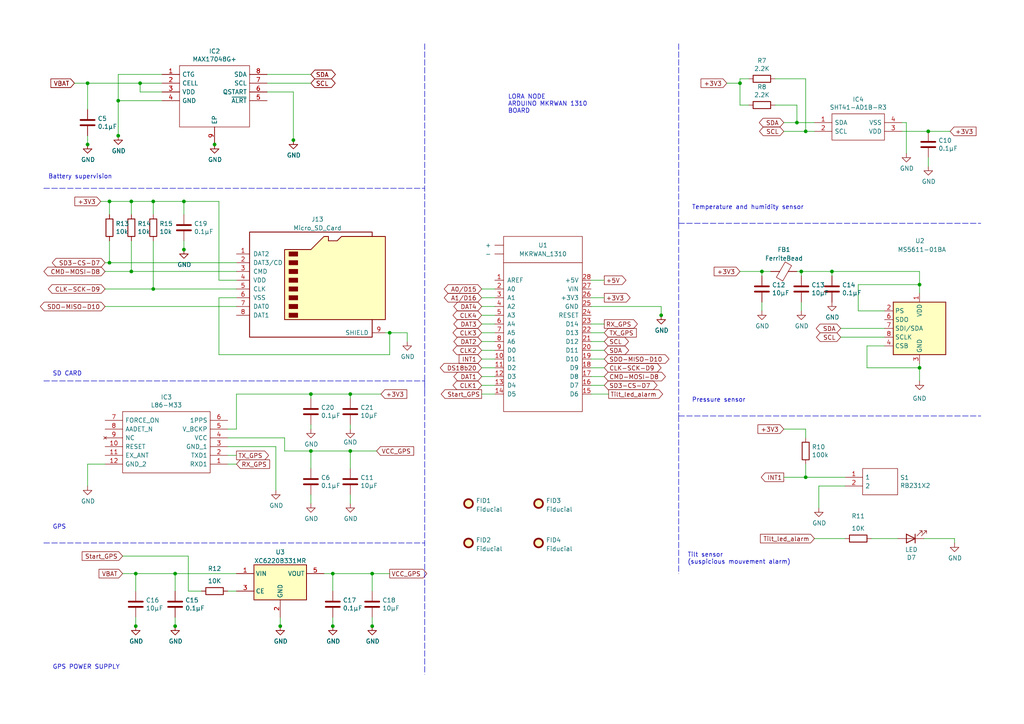
<source format=kicad_sch>
(kicad_sch (version 20211123) (generator eeschema)
  (paper "A4")
  (title_block (title "Open_beehive_scale_board") (date "2022-05-16") (rev "V0.1") (company "Ratamuse"))
  (lib_symbols
    (symbol "Connector:Micro_SD_Card" (pin_names (offset 1.016))
      (property "Reference" "J" (at -16.51 15.24 0))
      (property "Value" "Micro_SD_Card" (at 16.51 15.24 0))
      (symbol "Micro_SD_Card_0_1"
        (rectangle (start -7.62 -9.525) (end -5.08 -10.795) (fill (type outline)))
        (rectangle (start -7.62 -6.985) (end -5.08 -8.255) (fill (type outline)))
        (rectangle (start -7.62 -4.445) (end -5.08 -5.715) (fill (type outline)))
        (rectangle (start -7.62 -1.905) (end -5.08 -3.175) (fill (type outline)))
        (rectangle (start -7.62 0.635) (end -5.08 -0.635) (fill (type outline)))
        (rectangle (start -7.62 3.175) (end -5.08 1.905) (fill (type outline)))
        (rectangle (start -7.62 5.715) (end -5.08 4.445) (fill (type outline)))
        (rectangle (start -7.62 8.255) (end -5.08 6.985) (fill (type outline)))
        (polyline (pts (xy 16.51 12.7) (xy 16.51 13.97) (xy -19.05 13.97) (xy -19.05 -16.51) (xy 16.51 -16.51) (xy 16.51 -11.43)) (stroke (width 0.254)))
        (polyline (pts (xy -8.89 -11.43) (xy -8.89 8.89) (xy -1.27 8.89) (xy 2.54 12.7) (xy 3.81 12.7) (xy 3.81 11.43) (xy 6.35 11.43) (xy 7.62 12.7) (xy 20.32 12.7) (xy 20.32 -11.43) (xy -8.89 -11.43)) (stroke (width 0.254)) (fill (type background)))
      )
      (symbol "Micro_SD_Card_1_1"
        (pin bidirectional line (at -22.86 7.62 0) (length 3.81) (name "DAT2") (number "1"))
        (pin bidirectional line (at -22.86 5.08 0) (length 3.81) (name "DAT3/CD") (number "2"))
        (pin input line (at -22.86 2.54 0) (length 3.81) (name "CMD") (number "3"))
        (pin power_in line (at -22.86 0 0) (length 3.81) (name "VDD") (number "4"))
        (pin input line (at -22.86 -2.54 0) (length 3.81) (name "CLK") (number "5"))
        (pin power_in line (at -22.86 -5.08 0) (length 3.81) (name "VSS") (number "6"))
        (pin bidirectional line (at -22.86 -7.62 0) (length 3.81) (name "DAT0") (number "7"))
        (pin bidirectional line (at -22.86 -10.16 0) (length 3.81) (name "DAT1") (number "8"))
        (pin passive line (at 20.32 -15.24 180) (length 3.81) (name "SHIELD") (number "9"))
      )
    )
    (symbol "Device:C" (pin_numbers hide) (pin_names (offset 0.254))
      (property "Reference" "C" (at 0.635 2.54 0))
      (property "Value" "C" (at 0.635 -2.54 0))
      (symbol "C_0_1"
        (polyline (pts (xy -2.032 -0.762) (xy 2.032 -0.762)) (stroke (width 0.508)))
        (polyline (pts (xy -2.032 0.762) (xy 2.032 0.762)) (stroke (width 0.508)))
      )
      (symbol "C_1_1"
        (pin passive line (at 0 3.81 270) (length 2.794) (name "~") (number "1"))
        (pin passive line (at 0 -3.81 90) (length 2.794) (name "~") (number "2"))
      )
    )
    (symbol "Device:FerriteBead" (pin_numbers hide) (pin_names (offset 0))
      (property "Reference" "FB" (at -3.81 0.635 90))
      (property "Value" "FerriteBead" (at 3.81 0 90))
      (symbol "FerriteBead_0_1"
        (polyline (pts (xy 0 -1.27) (xy 0 -1.2192)))
        (polyline (pts (xy 0 1.27) (xy 0 1.2954)))
        (polyline (pts (xy -2.7686 0.4064) (xy -1.7018 2.2606) (xy 2.7686 -0.3048) (xy 1.6764 -2.159) (xy -2.7686 0.4064)))
      )
      (symbol "FerriteBead_1_1"
        (pin passive line (at 0 3.81 270) (length 2.54) (name "~") (number "1"))
        (pin passive line (at 0 -3.81 90) (length 2.54) (name "~") (number "2"))
      )
    )
    (symbol "Device:LED" (pin_numbers hide) (pin_names (offset 1.016) hide)
      (property "Reference" "D" (at 0 2.54 0))
      (property "Value" "LED" (at 0 -2.54 0))
      (symbol "LED_0_1"
        (polyline (pts (xy -1.27 -1.27) (xy -1.27 1.27)) (stroke (width 0.254)))
        (polyline (pts (xy -1.27 0) (xy 1.27 0)))
        (polyline (pts (xy 1.27 -1.27) (xy 1.27 1.27) (xy -1.27 0) (xy 1.27 -1.27)) (stroke (width 0.254)))
        (polyline (pts (xy -3.048 -0.762) (xy -4.572 -2.286) (xy -3.81 -2.286) (xy -4.572 -2.286) (xy -4.572 -1.524)))
        (polyline (pts (xy -1.778 -0.762) (xy -3.302 -2.286) (xy -2.54 -2.286) (xy -3.302 -2.286) (xy -3.302 -1.524)))
      )
      (symbol "LED_1_1"
        (pin passive line (at -3.81 0 0) (length 2.54) (name "K") (number "1"))
        (pin passive line (at 3.81 0 180) (length 2.54) (name "A") (number "2"))
      )
    )
    (symbol "Device:R" (pin_numbers hide) (pin_names (offset 0))
      (property "Reference" "R" (at 2.032 0 90))
      (property "Value" "R" (at 0 0 90))
      (symbol "R_0_1"
        (rectangle (start -1.016 -2.54) (end 1.016 2.54) (stroke (width 0.254)))
      )
      (symbol "R_1_1"
        (pin passive line (at 0 3.81 270) (length 1.27) (name "~") (number "1"))
        (pin passive line (at 0 -3.81 90) (length 1.27) (name "~") (number "2"))
      )
    )
    (symbol "L86-M33:L86-M33" (pin_names (offset 0.762))
      (property "Reference" "IC" (at 31.75 7.62 0))
      (property "Value" "L86-M33" (at 31.75 5.08 0))
      (symbol "L86-M33_0_0"
        (pin passive line (at 35.56 -12.7 180) (length 5.08) (name "RXD1") (number "1"))
        (pin passive line (at 0 -7.62 0) (length 5.08) (name "RESET") (number "10"))
        (pin passive line (at 0 -10.16 0) (length 5.08) (name "EX_ANT") (number "11"))
        (pin passive line (at 0 -12.7 0) (length 5.08) (name "GND_2") (number "12"))
        (pin passive line (at 35.56 -10.16 180) (length 5.08) (name "TXD1") (number "2"))
        (pin passive line (at 35.56 -7.62 180) (length 5.08) (name "GND_1") (number "3"))
        (pin passive line (at 35.56 -5.08 180) (length 5.08) (name "VCC") (number "4"))
        (pin passive line (at 35.56 -2.54 180) (length 5.08) (name "V_BCKP") (number "5"))
        (pin passive line (at 35.56 0 180) (length 5.08) (name "1PPS") (number "6"))
        (pin passive line (at 0 0 0) (length 5.08) (name "FORCE_ON") (number "7"))
        (pin passive line (at 0 -2.54 0) (length 5.08) (name "AADET_N") (number "8"))
        (pin no_connect line (at 0 -5.08 0) (length 5.08) (name "NC") (number "9"))
      )
      (symbol "L86-M33_0_1"
        (polyline (pts (xy 5.08 2.54) (xy 30.48 2.54) (xy 30.48 -15.24) (xy 5.08 -15.24) (xy 5.08 2.54)) (stroke (width 0.1524)))
      )
    )
    (symbol "MAX17048G+:MAX17048G+" (pin_names (offset 0.762))
      (property "Reference" "IC" (at 26.67 7.62 0))
      (property "Value" "MAX17048G+" (at 26.67 5.08 0))
      (symbol "MAX17048G+_0_0"
        (pin passive line (at 0 0 0) (length 5.08) (name "CTG") (number "1"))
        (pin passive line (at 0 -2.54 0) (length 5.08) (name "CELL") (number "2"))
        (pin passive line (at 0 -5.08 0) (length 5.08) (name "VDD") (number "3"))
        (pin passive line (at 0 -7.62 0) (length 5.08) (name "GND") (number "4"))
        (pin passive line (at 30.48 -7.62 180) (length 5.08) (name "~{ALRT}") (number "5"))
        (pin passive line (at 30.48 -5.08 180) (length 5.08) (name "QSTART") (number "6"))
        (pin passive line (at 30.48 -2.54 180) (length 5.08) (name "SCL") (number "7"))
        (pin passive line (at 30.48 0 180) (length 5.08) (name "SDA") (number "8"))
        (pin passive line (at 15.24 -20.32 90) (length 5.08) (name "EP") (number "9"))
      )
      (symbol "MAX17048G+_0_1"
        (polyline (pts (xy 5.08 2.54) (xy 25.4 2.54) (xy 25.4 -15.24) (xy 5.08 -15.24) (xy 5.08 2.54)) (stroke (width 0.1524)))
      )
    )
    (symbol "MKRShield_v1:MKRWAN_1310" (pin_names (offset 1.016))
      (property "Reference" "U1" (at 11.43 48.26 0))
      (property "Value" "MKRWAN_1310" (at 11.43 45.72 0))
      (symbol "MKRWAN_1310_0_1"
        (rectangle (start 0 43.18) (end 22.86 0))
        (rectangle (start 0 43.18) (end 22.86 50.8))
      )
      (symbol "MKRWAN_1310_1_1"
        (pin input line (at -2.54 38.1 0) (length 2.54) (name "AREF") (number "1"))
        (pin input line (at -2.54 15.24 0) (length 2.54) (name "D1") (number "10"))
        (pin input line (at -2.54 12.7 0) (length 2.54) (name "D2") (number "11"))
        (pin input line (at -2.54 10.16 0) (length 2.54) (name "D3") (number "12"))
        (pin input line (at -2.54 7.62 0) (length 2.54) (name "D4") (number "13"))
        (pin input line (at -2.54 5.08 0) (length 2.54) (name "D5") (number "14"))
        (pin input line (at 25.4 5.08 180) (length 2.54) (name "D6") (number "15"))
        (pin input line (at 25.4 7.62 180) (length 2.54) (name "D7") (number "16"))
        (pin input line (at 25.4 10.16 180) (length 2.54) (name "D8") (number "17"))
        (pin input line (at 25.4 12.7 180) (length 2.54) (name "D9") (number "18"))
        (pin input line (at 25.4 15.24 180) (length 2.54) (name "D10") (number "19"))
        (pin input line (at -2.54 35.56 0) (length 2.54) (name "A0") (number "2"))
        (pin input line (at 25.4 17.78 180) (length 2.54) (name "D11") (number "20"))
        (pin input line (at 25.4 20.32 180) (length 2.54) (name "D12") (number "21"))
        (pin input line (at 25.4 22.86 180) (length 2.54) (name "D13") (number "22"))
        (pin input line (at 25.4 25.4 180) (length 2.54) (name "D14") (number "23"))
        (pin input line (at 25.4 27.94 180) (length 2.54) (name "RESET") (number "24"))
        (pin input line (at 25.4 30.48 180) (length 2.54) (name "GND") (number "25"))
        (pin input line (at 25.4 33.02 180) (length 2.54) (name "+3V3") (number "26"))
        (pin input line (at 25.4 35.56 180) (length 2.54) (name "VIN") (number "27"))
        (pin input line (at 25.4 38.1 180) (length 2.54) (name "+5V") (number "28"))
        (pin input line (at -2.54 33.02 0) (length 2.54) (name "A1") (number "3"))
        (pin input line (at -2.54 30.48 0) (length 2.54) (name "A2") (number "4"))
        (pin input line (at -2.54 27.94 0) (length 2.54) (name "A3") (number "5"))
        (pin input line (at -2.54 25.4 0) (length 2.54) (name "A4") (number "6"))
        (pin input line (at -2.54 22.86 0) (length 2.54) (name "A5") (number "7"))
        (pin input line (at -2.54 20.32 0) (length 2.54) (name "A6") (number "8"))
        (pin input line (at -2.54 17.78 0) (length 2.54) (name "D0") (number "9"))
        (pin input line (at 0 48.26 180) (length 2.54) (name "+") (number "~"))
        (pin input line (at 0 45.72 180) (length 2.54) (name "-") (number "~"))
      )
    )
    (symbol "Mechanical:Fiducial"
      (property "Reference" "FID" (at 0 5.08 0))
      (property "Value" "Fiducial" (at 0 3.175 0))
      (symbol "Fiducial_0_1"
        (circle (center 0 0) (radius 1.27) (stroke (width 0.508)) (fill (type background)))
      )
    )
    (symbol "RB231X2:RB231X2" (pin_names (offset 0.762))
      (property "Reference" "S" (at 16.51 7.62 0))
      (property "Value" "RB231X2" (at 16.51 5.08 0))
      (symbol "RB231X2_0_0"
        (pin passive line (at 0 0 0) (length 5.08) (name "1") (number "1"))
        (pin passive line (at 0 -2.54 0) (length 5.08) (name "2") (number "2"))
      )
      (symbol "RB231X2_0_1"
        (polyline (pts (xy 5.08 2.54) (xy 15.24 2.54) (xy 15.24 -5.08) (xy 5.08 -5.08) (xy 5.08 2.54)) (stroke (width 0.1524)))
      )
    )
    (symbol "Regulator_Linear:XC6220B331MR"
      (property "Reference" "U" (at 0 8.89 0))
      (property "Value" "XC6220B331MR" (at 0 6.35 0))
      (symbol "XC6220B331MR_0_1"
        (rectangle (start -7.62 5.08) (end 7.62 -5.08) (stroke (width 0.254)) (fill (type background)))
      )
      (symbol "XC6220B331MR_1_1"
        (pin power_in line (at -12.7 2.54 0) (length 5.08) (name "VIN") (number "1"))
        (pin power_in line (at 0 -10.16 90) (length 5.08) (name "GND") (number "2"))
        (pin input line (at -12.7 -2.54 0) (length 5.08) (name "CE") (number "3"))
        (pin no_connect line (at 12.7 -2.54 180) (length 5.08) hide (name "NC") (number "4"))
        (pin power_out line (at 12.7 2.54 180) (length 5.08) (name "VOUT") (number "5"))
      )
    )
    (symbol "SHT41-AD1B-R3:SHT41-AD1B-R3" (pin_names (offset 0.762))
      (property "Reference" "IC" (at 21.59 7.62 0))
      (property "Value" "SHT41-AD1B-R3" (at 21.59 5.08 0))
      (symbol "SHT41-AD1B-R3_0_0"
        (pin passive line (at 0 0 0) (length 5.08) (name "SDA") (number "1"))
        (pin passive line (at 0 -2.54 0) (length 5.08) (name "SCL") (number "2"))
        (pin passive line (at 25.4 -2.54 180) (length 5.08) (name "VDD") (number "3"))
        (pin passive line (at 25.4 0 180) (length 5.08) (name "VSS") (number "4"))
      )
      (symbol "SHT41-AD1B-R3_0_1"
        (polyline (pts (xy 5.08 2.54) (xy 20.32 2.54) (xy 20.32 -5.08) (xy 5.08 -5.08) (xy 5.08 2.54)) (stroke (width 0.1524)))
      )
    )
    (symbol "Sensor_Pressure:MS5611-01BA"
      (property "Reference" "U" (at -6.35 8.89 0))
      (property "Value" "MS5611-01BA" (at 7.62 8.89 0))
      (symbol "MS5611-01BA_0_1"
        (rectangle (start -7.62 7.62) (end 7.62 -7.62) (stroke (width 0.254)) (fill (type background)))
      )
      (symbol "MS5611-01BA_1_1"
        (pin power_in line (at 0 10.16 270) (length 2.54) (name "VDD") (number "1"))
        (pin input line (at -10.16 5.08 0) (length 2.54) (name "PS") (number "2"))
        (pin power_in line (at 0 -10.16 90) (length 2.54) (name "GND") (number "3"))
        (pin input line (at -10.16 -5.08 0) (length 2.54) (name "CSB") (number "4"))
        (pin input line (at -10.16 -5.08 0) (length 2.54) hide (name "CSB") (number "5"))
        (pin output line (at -10.16 2.54 0) (length 2.54) (name "SDO") (number "6"))
        (pin bidirectional line (at -10.16 0 0) (length 2.54) (name "SDI/SDA") (number "7"))
        (pin input line (at -10.16 -2.54 0) (length 2.54) (name "SCLK") (number "8"))
      )
    )
    (symbol "power:GND" (power) (pin_names (offset 0))
      (property "Value" "GND" (at 0 -3.81 0))
      (symbol "GND_0_1"
        (polyline (pts (xy 0 0) (xy 0 -1.27) (xy 1.27 -1.27) (xy 0 -2.54) (xy -1.27 -1.27) (xy 0 -1.27)))
      )
      (symbol "GND_1_1"
        (pin power_in line (at 0 0 270) (length 0) hide (name "GND") (number "1"))
      )
    )
  )
  (junction (at 269.24 38.1))
  (junction (at 34.29 29.21))
  (junction (at 233.68 138.43))
  (junction (at 90.17 130.81))
  (junction (at 107.95 181.61))
  (junction (at 31.75 58.42))
  (junction (at 85.09 40.64))
  (junction (at 38.1 78.74))
  (junction (at 81.28 181.61))
  (junction (at 25.4 24.13))
  (junction (at 38.1 58.42))
  (junction (at 96.52 166.37))
  (junction (at 90.17 114.3))
  (junction (at 39.37 166.37))
  (junction (at 44.45 58.42))
  (junction (at 96.52 181.61))
  (junction (at 101.6 130.81))
  (junction (at 233.68 38.1))
  (junction (at 107.95 166.37))
  (junction (at 31.75 76.2))
  (junction (at 62.23 41.91))
  (junction (at 232.41 78.74))
  (junction (at 39.37 181.61))
  (junction (at 231.14 35.56))
  (junction (at 25.4 41.91))
  (junction (at 50.8 166.37))
  (junction (at 53.34 72.39))
  (junction (at 191.77 91.44))
  (junction (at 220.98 78.74))
  (junction (at 241.3 78.74))
  (junction (at 53.34 58.42))
  (junction (at 50.8 181.61))
  (junction (at 101.6 114.3))
  (junction (at 40.64 24.13))
  (junction (at 34.29 39.37))
  (junction (at 266.7 106.68))
  (junction (at 44.45 83.82))
  (junction (at 214.63 24.13))
  (junction (at 266.7 82.55))
  (junction (at 113.03 96.52))
  (wire (pts (xy 25.4 39.37) (xy 25.4 41.91)))
  (wire (pts (xy 269.24 45.72) (xy 269.24 48.26)))
  (wire (pts (xy 63.5 58.42) (xy 63.5 81.28)))
  (wire (pts (xy 214.63 30.48) (xy 214.63 24.13)))
  (wire (pts (xy 233.68 38.1) (xy 233.68 22.86)))
  (wire (pts (xy 90.17 115.57) (xy 90.17 114.3)))
  (wire (pts (xy 113.03 96.52) (xy 118.11 96.52)))
  (wire (pts (xy 50.8 171.45) (xy 50.8 166.37)))
  (wire (pts (xy 261.62 35.56) (xy 262.89 35.56)))
  (wire (pts (xy 267.97 156.21) (xy 276.86 156.21)))
  (wire (pts (xy 38.1 58.42) (xy 38.1 62.23)))
  (wire (pts (xy 101.6 115.57) (xy 101.6 114.3)))
  (wire (pts (xy 31.75 58.42) (xy 38.1 58.42)))
  (wire (pts (xy 139.7 86.36) (xy 143.51 86.36)))
  (wire (pts (xy 68.58 134.62) (xy 66.04 134.62)))
  (wire (pts (xy 31.75 69.85) (xy 31.75 76.2)))
  (wire (pts (xy 107.95 166.37) (xy 113.03 166.37)))
  (wire (pts (xy 233.68 38.1) (xy 227.33 38.1)))
  (wire (pts (xy 80.01 129.54) (xy 80.01 142.24)))
  (wire (pts (xy 139.7 88.9) (xy 143.51 88.9)))
  (wire (pts (xy 232.41 87.63) (xy 232.41 90.17)))
  (wire (pts (xy 50.8 166.37) (xy 68.58 166.37)))
  (polyline (pts (xy 123.19 110.49) (xy 123.19 114.3)))
  (wire (pts (xy 231.14 35.56) (xy 231.14 30.48)))
  (wire (pts (xy 101.6 130.81) (xy 109.22 130.81)))
  (polyline (pts (xy 196.85 12.7) (xy 196.85 64.77)))
  (wire (pts (xy 251.46 100.33) (xy 251.46 106.68)))
  (wire (pts (xy 44.45 69.85) (xy 44.45 83.82)))
  (wire (pts (xy 30.48 83.82) (xy 44.45 83.82)))
  (wire (pts (xy 44.45 58.42) (xy 44.45 62.23)))
  (wire (pts (xy 139.7 99.06) (xy 143.51 99.06)))
  (wire (pts (xy 96.52 179.07) (xy 96.52 181.61)))
  (wire (pts (xy 171.45 104.14) (xy 175.26 104.14)))
  (wire (pts (xy 214.63 78.74) (xy 220.98 78.74)))
  (wire (pts (xy 171.45 111.76) (xy 175.26 111.76)))
  (wire (pts (xy 269.24 38.1) (xy 261.62 38.1)))
  (wire (pts (xy 101.6 114.3) (xy 110.49 114.3)))
  (wire (pts (xy 214.63 22.86) (xy 217.17 22.86)))
  (wire (pts (xy 63.5 102.87) (xy 113.03 102.87)))
  (wire (pts (xy 139.7 83.82) (xy 143.51 83.82)))
  (wire (pts (xy 118.11 96.52) (xy 118.11 99.06)))
  (wire (pts (xy 25.4 24.13) (xy 25.4 31.75)))
  (wire (pts (xy 276.86 156.21) (xy 276.86 157.48)))
  (wire (pts (xy 220.98 78.74) (xy 223.52 78.74)))
  (wire (pts (xy 82.55 130.81) (xy 90.17 130.81)))
  (wire (pts (xy 40.64 26.67) (xy 46.99 26.67)))
  (wire (pts (xy 77.47 24.13) (xy 90.17 24.13)))
  (wire (pts (xy 29.21 58.42) (xy 31.75 58.42)))
  (wire (pts (xy 171.45 114.3) (xy 176.53 114.3)))
  (wire (pts (xy 266.7 82.55) (xy 266.7 78.74)))
  (wire (pts (xy 38.1 78.74) (xy 68.58 78.74)))
  (wire (pts (xy 44.45 58.42) (xy 53.34 58.42)))
  (wire (pts (xy 243.84 97.79) (xy 256.54 97.79)))
  (wire (pts (xy 30.48 88.9) (xy 68.58 88.9)))
  (wire (pts (xy 191.77 88.9) (xy 191.77 91.44)))
  (wire (pts (xy 90.17 123.19) (xy 90.17 124.46)))
  (wire (pts (xy 220.98 80.01) (xy 220.98 78.74)))
  (wire (pts (xy 214.63 24.13) (xy 210.82 24.13)))
  (wire (pts (xy 68.58 86.36) (xy 63.5 86.36)))
  (wire (pts (xy 38.1 58.42) (xy 44.45 58.42)))
  (wire (pts (xy 256.54 100.33) (xy 251.46 100.33)))
  (wire (pts (xy 68.58 124.46) (xy 68.58 114.3)))
  (wire (pts (xy 68.58 114.3) (xy 90.17 114.3)))
  (wire (pts (xy 82.55 130.81) (xy 82.55 127)))
  (wire (pts (xy 66.04 129.54) (xy 80.01 129.54)))
  (wire (pts (xy 248.92 90.17) (xy 256.54 90.17)))
  (wire (pts (xy 50.8 179.07) (xy 50.8 181.61)))
  (wire (pts (xy 139.7 111.76) (xy 143.51 111.76)))
  (wire (pts (xy 231.14 35.56) (xy 236.22 35.56)))
  (wire (pts (xy 96.52 171.45) (xy 96.52 166.37)))
  (polyline (pts (xy 12.7 157.48) (xy 123.19 157.48)))
  (wire (pts (xy 236.22 38.1) (xy 233.68 38.1)))
  (wire (pts (xy 233.68 138.43) (xy 227.33 138.43)))
  (wire (pts (xy 139.7 114.3) (xy 143.51 114.3)))
  (wire (pts (xy 30.48 78.74) (xy 38.1 78.74)))
  (wire (pts (xy 139.7 91.44) (xy 143.51 91.44)))
  (wire (pts (xy 231.14 30.48) (xy 224.79 30.48)))
  (wire (pts (xy 139.7 106.68) (xy 143.51 106.68)))
  (wire (pts (xy 266.7 105.41) (xy 266.7 106.68)))
  (wire (pts (xy 34.29 29.21) (xy 34.29 39.37)))
  (wire (pts (xy 139.7 93.98) (xy 143.51 93.98)))
  (wire (pts (xy 269.24 38.1) (xy 275.59 38.1)))
  (wire (pts (xy 96.52 166.37) (xy 107.95 166.37)))
  (wire (pts (xy 171.45 81.28) (xy 175.26 81.28)))
  (wire (pts (xy 171.45 93.98) (xy 175.26 93.98)))
  (wire (pts (xy 237.49 140.97) (xy 237.49 147.32)))
  (wire (pts (xy 25.4 134.62) (xy 25.4 140.97)))
  (wire (pts (xy 39.37 171.45) (xy 39.37 166.37)))
  (wire (pts (xy 101.6 143.51) (xy 101.6 146.05)))
  (wire (pts (xy 31.75 76.2) (xy 68.58 76.2)))
  (wire (pts (xy 111.76 96.52) (xy 113.03 96.52)))
  (wire (pts (xy 217.17 30.48) (xy 214.63 30.48)))
  (wire (pts (xy 171.45 101.6) (xy 175.26 101.6)))
  (wire (pts (xy 101.6 135.89) (xy 101.6 130.81)))
  (wire (pts (xy 25.4 24.13) (xy 40.64 24.13)))
  (wire (pts (xy 233.68 124.46) (xy 227.33 124.46)))
  (wire (pts (xy 245.11 140.97) (xy 237.49 140.97)))
  (wire (pts (xy 171.45 99.06) (xy 175.26 99.06)))
  (wire (pts (xy 77.47 26.67) (xy 85.09 26.67)))
  (wire (pts (xy 46.99 24.13) (xy 40.64 24.13)))
  (wire (pts (xy 243.84 95.25) (xy 256.54 95.25)))
  (wire (pts (xy 68.58 124.46) (xy 66.04 124.46)))
  (polyline (pts (xy 12.7 110.49) (xy 123.19 110.49)))
  (wire (pts (xy 248.92 82.55) (xy 248.92 90.17)))
  (wire (pts (xy 241.3 78.74) (xy 266.7 78.74)))
  (polyline (pts (xy 196.85 64.77) (xy 196.85 120.65)))
  (wire (pts (xy 90.17 114.3) (xy 101.6 114.3)))
  (wire (pts (xy 44.45 83.82) (xy 68.58 83.82)))
  (polyline (pts (xy 196.85 64.77) (xy 284.48 64.77)))
  (wire (pts (xy 40.64 24.13) (xy 40.64 26.67)))
  (wire (pts (xy 241.3 78.74) (xy 241.3 80.01)))
  (wire (pts (xy 101.6 124.46) (xy 101.6 123.19)))
  (wire (pts (xy 46.99 21.59) (xy 34.29 21.59)))
  (wire (pts (xy 93.98 166.37) (xy 96.52 166.37)))
  (wire (pts (xy 231.14 35.56) (xy 227.33 35.56)))
  (wire (pts (xy 251.46 106.68) (xy 266.7 106.68)))
  (wire (pts (xy 233.68 22.86) (xy 224.79 22.86)))
  (wire (pts (xy 266.7 82.55) (xy 248.92 82.55)))
  (wire (pts (xy 39.37 179.07) (xy 39.37 181.61)))
  (polyline (pts (xy 12.7 54.61) (xy 123.19 54.61)))
  (wire (pts (xy 220.98 87.63) (xy 220.98 90.17)))
  (wire (pts (xy 85.09 26.67) (xy 85.09 40.64)))
  (wire (pts (xy 233.68 127) (xy 233.68 124.46)))
  (wire (pts (xy 53.34 69.85) (xy 53.34 72.39)))
  (wire (pts (xy 171.45 88.9) (xy 191.77 88.9)))
  (wire (pts (xy 233.68 138.43) (xy 233.68 134.62)))
  (wire (pts (xy 232.41 78.74) (xy 241.3 78.74)))
  (wire (pts (xy 245.11 138.43) (xy 233.68 138.43)))
  (wire (pts (xy 139.7 104.14) (xy 143.51 104.14)))
  (wire (pts (xy 81.28 179.07) (xy 81.28 181.61)))
  (wire (pts (xy 35.56 161.29) (xy 54.61 161.29)))
  (wire (pts (xy 30.48 76.2) (xy 31.75 76.2)))
  (wire (pts (xy 39.37 166.37) (xy 50.8 166.37)))
  (wire (pts (xy 46.99 29.21) (xy 34.29 29.21)))
  (wire (pts (xy 139.7 96.52) (xy 143.51 96.52)))
  (wire (pts (xy 252.73 156.21) (xy 260.35 156.21)))
  (wire (pts (xy 63.5 81.28) (xy 68.58 81.28)))
  (polyline (pts (xy 196.85 120.65) (xy 284.48 120.65)))
  (wire (pts (xy 90.17 135.89) (xy 90.17 130.81)))
  (wire (pts (xy 262.89 35.56) (xy 262.89 44.45)))
  (wire (pts (xy 139.7 101.6) (xy 143.51 101.6)))
  (wire (pts (xy 266.7 106.68) (xy 266.7 110.49)))
  (polyline (pts (xy 196.85 120.65) (xy 196.85 166.37)))
  (wire (pts (xy 171.45 109.22) (xy 175.26 109.22)))
  (wire (pts (xy 214.63 24.13) (xy 214.63 22.86)))
  (wire (pts (xy 171.45 86.36) (xy 175.26 86.36)))
  (wire (pts (xy 90.17 130.81) (xy 101.6 130.81)))
  (wire (pts (xy 232.41 78.74) (xy 232.41 80.01)))
  (wire (pts (xy 236.22 156.21) (xy 245.11 156.21)))
  (wire (pts (xy 25.4 134.62) (xy 30.48 134.62)))
  (wire (pts (xy 171.45 96.52) (xy 175.26 96.52)))
  (wire (pts (xy 266.7 85.09) (xy 266.7 82.55)))
  (wire (pts (xy 63.5 86.36) (xy 63.5 102.87)))
  (wire (pts (xy 21.59 24.13) (xy 25.4 24.13)))
  (wire (pts (xy 38.1 69.85) (xy 38.1 78.74)))
  (wire (pts (xy 34.29 21.59) (xy 34.29 29.21)))
  (wire (pts (xy 53.34 58.42) (xy 63.5 58.42)))
  (wire (pts (xy 90.17 143.51) (xy 90.17 146.05)))
  (wire (pts (xy 171.45 106.68) (xy 175.26 106.68)))
  (wire (pts (xy 231.14 78.74) (xy 232.41 78.74)))
  (wire (pts (xy 113.03 102.87) (xy 113.03 96.52)))
  (wire (pts (xy 31.75 58.42) (xy 31.75 62.23)))
  (wire (pts (xy 53.34 58.42) (xy 53.34 62.23)))
  (wire (pts (xy 107.95 179.07) (xy 107.95 181.61)))
  (wire (pts (xy 58.42 171.45) (xy 54.61 171.45)))
  (wire (pts (xy 66.04 171.45) (xy 68.58 171.45)))
  (wire (pts (xy 139.7 109.22) (xy 143.51 109.22)))
  (wire (pts (xy 77.47 21.59) (xy 90.17 21.59)))
  (wire (pts (xy 35.56 166.37) (xy 39.37 166.37)))
  (polyline (pts (xy 123.19 12.7) (xy 123.19 195.58)))
  (wire (pts (xy 107.95 171.45) (xy 107.95 166.37)))
  (wire (pts (xy 82.55 127) (xy 66.04 127)))
  (wire (pts (xy 54.61 171.45) (xy 54.61 161.29)))
  (wire (pts (xy 66.04 132.08) (xy 68.58 132.08)))
  (text "SD CARD" (at 15.24 109.22 0) (effects (font (size 1.27 1.27)) (justify left bottom)))
  (text "GPS" (at 15.24 153.67 0) (effects (font (size 1.27 1.27)) (justify left bottom)))
  (text "LORA NODE \nARDUINO MKRWAN 1310\nBOARD" (at 147.32 33.02 0) (effects (font (size 1.27 1.27)) (justify left bottom)))
  (text "Battery supervision\n" (at 13.97 52.07 0) (effects (font (size 1.27 1.27)) (justify left bottom)))
  (text "Tilt sensor \n(suspicious mouvement alarm)" (at 199.39 163.83 0) (effects (font (size 1.27 1.27)) (justify left bottom)))
  (text "Temperature and humidity sensor\n" (at 200.66 60.96 0) (effects (font (size 1.27 1.27)) (justify left bottom)))
  (text "Pressure sensor" (at 200.66 116.84 0) (effects (font (size 1.27 1.27)) (justify left bottom)))
  (text "GPS POWER SUPPLY" (at 15.24 194.31 0) (effects (font (size 1.27 1.27)) (justify left bottom)))
  (global_label "TX_GPS" (shape output) (at 68.58 132.08 0) (property "Intersheet References" "${INTERSHEET_REFS}" (effects hide)))
  (global_label "+3V3" (shape input) (at 29.21 58.42 180) (property "Intersheet References" "${INTERSHEET_REFS}" (effects hide)))
  (global_label "SDA" (shape bidirectional) (at 90.17 21.59 0) (property "Intersheet References" "${INTERSHEET_REFS}" (effects hide)))
  (global_label "Start_GPS" (shape input) (at 35.56 161.29 180) (property "Intersheet References" "${INTERSHEET_REFS}" (effects hide)))
  (global_label "SCL" (shape bidirectional) (at 90.17 24.13 0) (property "Intersheet References" "${INTERSHEET_REFS}" (effects hide)))
  (global_label "+3V3" (shape input) (at 214.63 78.74 180) (property "Intersheet References" "${INTERSHEET_REFS}" (effects hide)))
  (global_label "+3V3" (shape input) (at 227.33 124.46 180) (property "Intersheet References" "${INTERSHEET_REFS}" (effects hide)))
  (global_label "SD3-CS-D7" (shape bidirectional) (at 175.26 111.76 0) (property "Intersheet References" "${INTERSHEET_REFS}" (effects hide)))
  (global_label "A0{slash}D15" (shape bidirectional) (at 139.7 83.82 180) (property "Intersheet References" "${INTERSHEET_REFS}" (effects hide)))
  (global_label "SDA" (shape bidirectional) (at 243.84 95.25 180) (property "Intersheet References" "${INTERSHEET_REFS}" (effects hide)))
  (global_label "SD3-CS-D7" (shape bidirectional) (at 30.48 76.2 180) (property "Intersheet References" "${INTERSHEET_REFS}" (effects hide)))
  (global_label "DS18b20" (shape bidirectional) (at 139.7 106.68 180) (property "Intersheet References" "${INTERSHEET_REFS}" (effects hide)))
  (global_label "+5V" (shape output) (at 175.26 81.28 0) (property "Intersheet References" "${INTERSHEET_REFS}" (effects hide)))
  (global_label "+3V3" (shape input) (at 210.82 24.13 180) (property "Intersheet References" "${INTERSHEET_REFS}" (effects hide)))
  (global_label "SCL" (shape bidirectional) (at 227.33 38.1 180) (property "Intersheet References" "${INTERSHEET_REFS}" (effects hide)))
  (global_label "CLK-SCK-D9" (shape bidirectional) (at 30.48 83.82 180) (property "Intersheet References" "${INTERSHEET_REFS}" (effects hide)))
  (global_label "SCL" (shape bidirectional) (at 90.17 24.13 0) (property "Intersheet References" "${INTERSHEET_REFS}" (effects hide)))
  (global_label "VCC_GPS" (shape output) (at 113.03 166.37 0) (property "Intersheet References" "${INTERSHEET_REFS}" (effects hide)))
  (global_label "Tilt_led_alarm" (shape input) (at 236.22 156.21 180) (property "Intersheet References" "${INTERSHEET_REFS}" (effects hide)))
  (global_label "SDA" (shape bidirectional) (at 227.33 35.56 180) (property "Intersheet References" "${INTERSHEET_REFS}" (effects hide)))
  (global_label "CLK1" (shape bidirectional) (at 139.7 111.76 180) (property "Intersheet References" "${INTERSHEET_REFS}" (effects hide)))
  (global_label "VBAT" (shape input) (at 35.56 166.37 180) (property "Intersheet References" "${INTERSHEET_REFS}" (effects hide)))
  (global_label "DAT2" (shape bidirectional) (at 139.7 99.06 180) (property "Intersheet References" "${INTERSHEET_REFS}" (effects hide)))
  (global_label "SDA" (shape bidirectional) (at 175.26 101.6 0) (property "Intersheet References" "${INTERSHEET_REFS}" (effects hide)))
  (global_label "Tilt_led_alarm" (shape output) (at 176.53 114.3 0) (property "Intersheet References" "${INTERSHEET_REFS}" (effects hide)))
  (global_label "A1{slash}D16" (shape bidirectional) (at 139.7 86.36 180) (property "Intersheet References" "${INTERSHEET_REFS}" (effects hide)))
  (global_label "SDO-MISO-D10" (shape bidirectional) (at 175.26 104.14 0) (property "Intersheet References" "${INTERSHEET_REFS}" (effects hide)))
  (global_label "+3V3" (shape input) (at 275.59 38.1 0) (property "Intersheet References" "${INTERSHEET_REFS}" (effects hide)))
  (global_label "TX_GPS" (shape input) (at 175.26 96.52 0) (property "Intersheet References" "${INTERSHEET_REFS}" (effects hide)))
  (global_label "+3V3" (shape input) (at 110.49 114.3 0) (property "Intersheet References" "${INTERSHEET_REFS}" (effects hide)))
  (global_label "SDA" (shape bidirectional) (at 90.17 21.59 0) (property "Intersheet References" "${INTERSHEET_REFS}" (effects hide)))
  (global_label "CLK4" (shape bidirectional) (at 139.7 91.44 180) (property "Intersheet References" "${INTERSHEET_REFS}" (effects hide)))
  (global_label "DAT3" (shape bidirectional) (at 139.7 93.98 180) (property "Intersheet References" "${INTERSHEET_REFS}" (effects hide)))
  (global_label "Start_GPS" (shape output) (at 139.7 114.3 180) (property "Intersheet References" "${INTERSHEET_REFS}" (effects hide)))
  (global_label "CLK-SCK-D9" (shape bidirectional) (at 175.26 106.68 0) (property "Intersheet References" "${INTERSHEET_REFS}" (effects hide)))
  (global_label "CMD-MOSI-D8" (shape bidirectional) (at 175.26 109.22 0) (property "Intersheet References" "${INTERSHEET_REFS}" (effects hide)))
  (global_label "DAT1" (shape bidirectional) (at 139.7 109.22 180) (property "Intersheet References" "${INTERSHEET_REFS}" (effects hide)))
  (global_label "INT1" (shape output) (at 227.33 138.43 180) (property "Intersheet References" "${INTERSHEET_REFS}" (effects hide)))
  (global_label "SCL" (shape bidirectional) (at 175.26 99.06 0) (property "Intersheet References" "${INTERSHEET_REFS}" (effects hide)))
  (global_label "INT1" (shape input) (at 139.7 104.14 180) (property "Intersheet References" "${INTERSHEET_REFS}" (effects hide)))
  (global_label "CLK3" (shape bidirectional) (at 139.7 96.52 180) (property "Intersheet References" "${INTERSHEET_REFS}" (effects hide)))
  (global_label "VBAT" (shape input) (at 21.59 24.13 180) (property "Intersheet References" "${INTERSHEET_REFS}" (effects hide)))
  (global_label "DAT4" (shape bidirectional) (at 139.7 88.9 180) (property "Intersheet References" "${INTERSHEET_REFS}" (effects hide)))
  (global_label "CMD-MOSI-D8" (shape bidirectional) (at 30.48 78.74 180) (property "Intersheet References" "${INTERSHEET_REFS}" (effects hide)))
  (global_label "+3V3" (shape output) (at 175.26 86.36 0) (property "Intersheet References" "${INTERSHEET_REFS}" (effects hide)))
  (global_label "RX_GPS" (shape output) (at 175.26 93.98 0) (property "Intersheet References" "${INTERSHEET_REFS}" (effects hide)))
  (global_label "SDO-MISO-D10" (shape bidirectional) (at 30.48 88.9 180) (property "Intersheet References" "${INTERSHEET_REFS}" (effects hide)))
  (global_label "SCL" (shape bidirectional) (at 243.84 97.79 180) (property "Intersheet References" "${INTERSHEET_REFS}" (effects hide)))
  (global_label "CLK2" (shape bidirectional) (at 139.7 101.6 180) (property "Intersheet References" "${INTERSHEET_REFS}" (effects hide)))
  (global_label "VCC_GPS" (shape input) (at 109.22 130.81 0) (property "Intersheet References" "${INTERSHEET_REFS}" (effects hide)))
  (global_label "VBAT" (shape input) (at 21.59 24.13 180) (property "Intersheet References" "${INTERSHEET_REFS}" (effects hide)))
  (global_label "RX_GPS" (shape input) (at 68.58 134.62 0) (property "Intersheet References" "${INTERSHEET_REFS}" (effects hide)))
  (symbol (lib_id "Device:C") (at 101.6 139.7 0) (unit 1)
    (property "Reference" "C11" (at 104.521 138.5316 0) (effects (justify left)))
    (property "Value" "10µF" (at 104.521 140.843 0) (effects (justify left)))
    (property "Footprint" "Capacitor_SMD:C_0805_2012Metric" (effects hide))
  )
  (symbol (lib_id "power:GND") (at 101.6 146.05 0) (unit 1)
    (property "Reference" "#PWR0116" (effects hide))
    (property "Value" "GND" (at 101.727 150.4442 0))
  )
  (symbol (lib_id "RB231X2:RB231X2") (at 245.11 138.43 0) (unit 1)
    (property "Reference" "S1" (at 261.0612 138.5316 0) (effects (justify left)))
    (property "Value" "RB231X2" (at 261.0612 140.843 0) (effects (justify left)))
    (property "Footprint" "Empreintes:RB231X2" (effects hide))
    (property "Datasheet" "http://www.mouser.com/datasheet/2/60/rb-965392.pdf" (effects hide))
    (property "Description" "Tilt Switches ROLLING BALL" (effects hide))
    (property "Height" "4" (effects hide))
    (property "Manufacturer_Name" "C & K COMPONENTS" (effects hide))
    (property "Manufacturer_Part_Number" "RB231X2" (effects hide))
    (property "Mouser Part Number" "611-RB-231X2" (effects hide))
    (property "Mouser Price/Stock" "https://www.mouser.co.uk/ProductDetail/CK/RB231X2?qs=Gufeu08L%2Fl3N%2F2jZGTaJow%3D%3D" (effects hide))
    (property "Arrow Part Number" "RB231X2" (effects hide))
    (property "Arrow Price/Stock" "https://www.arrow.com/en/products/rb231x2/ck" (effects hide))
  )
  (symbol (lib_id "L86-M33:L86-M33") (at 30.48 121.92 0) (unit 1)
    (property "Reference" "IC3" (at 48.26 115.189 0))
    (property "Value" "L86-M33" (at 48.26 117.5004 0))
    (property "Footprint" "Empreintes:L80-M39" (effects hide))
    (property "Datasheet" "https://docs-emea.rs-online.com/webdocs/147d/0900766b8147dbfb.pdf" (effects hide))
    (property "Description" "GPS/GLONASS receiver + antenna pack of 1" (effects hide))
    (property "Manufacturer_Name" "Quectel" (effects hide))
    (property "Manufacturer_Part_Number" "L86-M33" (effects hide))
    (property "Arrow Part Number" "L86-M33" (effects hide))
    (property "Arrow Price/Stock" "https://www.arrow.com/en/products/l86-m33/quectel-wireless-solutions-co-ltd" (effects hide))
  )
  (symbol (lib_id "power:GND") (at 237.49 147.32 0) (unit 1)
    (property "Reference" "#PWR0126" (effects hide))
    (property "Value" "GND" (at 237.617 151.7142 0))
  )
  (symbol (lib_id "power:GND") (at 25.4 140.97 0) (unit 1)
    (property "Reference" "#PWR0119" (effects hide))
    (property "Value" "GND" (at 25.527 145.3642 0))
  )
  (symbol (lib_id "Device:R") (at 233.68 130.81 0) (unit 1)
    (property "Reference" "R10" (at 235.458 129.6416 0) (effects (justify left)))
    (property "Value" "100k" (at 235.458 131.953 0) (effects (justify left)))
    (property "Footprint" "Resistor_SMD:R_0603_1608Metric" (effects hide))
  )
  (symbol (lib_id "Device:C") (at 90.17 139.7 0) (unit 1)
    (property "Reference" "C6" (at 93.091 138.5316 0) (effects (justify left)))
    (property "Value" "0.1µF" (at 93.091 140.843 0) (effects (justify left)))
    (property "Footprint" "Capacitor_SMD:C_0603_1608Metric" (effects hide))
  )
  (symbol (lib_id "power:GND") (at 90.17 146.05 0) (unit 1)
    (property "Reference" "#PWR0120" (effects hide))
    (property "Value" "GND" (at 90.297 150.4442 0))
  )
  (symbol (lib_id "MKRShield_v1:MKRWAN_1310") (at 146.05 119.38 0) (unit 1)
    (property "Reference" "U1" (at 157.48 71.12 0))
    (property "Value" "MKRWAN_1310" (at 157.48 73.66 0))
    (property "Footprint" "Empreintes:ARDUINO_ABX00012" (effects hide))
  )
  (symbol (lib_id "MAX17048G+:MAX17048G+") (at 46.99 21.59 0) (unit 1)
    (property "Reference" "IC2" (at 62.23 14.859 0))
    (property "Value" "MAX17048G+" (at 62.23 17.1704 0))
    (property "Footprint" "Empreintes:SON50P200X200X80-9N-D" (effects hide))
    (property "Datasheet" "https://datasheets.maximintegrated.com/en/ds/MAX17048-MAX17049.pdf" (effects hide))
    (property "Description" "3uA 1-Cell/2-Cell Fuel Gauge with ModelGauge, TDFN-8" (effects hide))
    (property "Height" "0.8" (effects hide))
    (property "Manufacturer_Name" "Maxim Integrated" (effects hide))
    (property "Manufacturer_Part_Number" "MAX17048G+" (effects hide))
    (property "Arrow Part Number" "MAX17048G+" (effects hide))
    (property "Mouser Part Number" "700-MAX17048G+" (effects hide))
    (property "Mouser Price/Stock" "https://www.mouser.co.uk/ProductDetail/Maxim-Integrated/MAX17048G%2b?qs=D7PJwyCwLArjnts0jPerYw%3D%3D" (effects hide))
  )
  (symbol (lib_id "power:GND") (at 34.29 39.37 0) (unit 1)
    (property "Reference" "#PWR0101" (effects hide))
    (property "Value" "GND" (at 34.417 43.7642 0))
  )
  (symbol (lib_id "power:GND") (at 62.23 41.91 0) (unit 1)
    (property "Reference" "#PWR0105" (effects hide))
    (property "Value" "GND" (at 62.357 46.3042 0))
  )
  (symbol (lib_id "power:GND") (at 85.09 40.64 0) (unit 1)
    (property "Reference" "#PWR0106" (effects hide))
    (property "Value" "GND" (at 85.217 45.0342 0))
  )
  (symbol (lib_id "Device:C") (at 25.4 35.56 0) (unit 1)
    (property "Reference" "C5" (at 28.321 34.3916 0) (effects (justify left)))
    (property "Value" "0.1µF" (at 28.321 36.703 0) (effects (justify left)))
    (property "Footprint" "Capacitor_SMD:C_0603_1608Metric" (effects hide))
  )
  (symbol (lib_id "power:GND") (at 25.4 41.91 0) (unit 1)
    (property "Reference" "#PWR0107" (effects hide))
    (property "Value" "GND" (at 25.527 46.3042 0))
  )
  (symbol (lib_id "power:GND") (at 34.29 39.37 0) (unit 1)
    (property "Reference" "#PWR0108" (effects hide))
    (property "Value" "GND" (at 34.417 43.7642 0))
  )
  (symbol (lib_id "power:GND") (at 62.23 41.91 0) (unit 1)
    (property "Reference" "#PWR0110" (effects hide))
    (property "Value" "GND" (at 62.357 46.3042 0))
  )
  (symbol (lib_id "power:GND") (at 85.09 40.64 0) (unit 1)
    (property "Reference" "#PWR0111" (effects hide))
    (property "Value" "GND" (at 85.217 45.0342 0))
  )
  (symbol (lib_id "power:GND") (at 25.4 41.91 0) (unit 1)
    (property "Reference" "#PWR0113" (effects hide))
    (property "Value" "GND" (at 25.527 46.3042 0))
  )
  (symbol (lib_id "Device:R") (at 220.98 30.48 270) (unit 1)
    (property "Reference" "R8" (at 220.98 25.2222 90))
    (property "Value" "2.2K" (at 220.98 27.5336 90))
    (property "Footprint" "Resistor_SMD:R_0603_1608Metric" (effects hide))
  )
  (symbol (lib_id "Device:R") (at 220.98 22.86 270) (unit 1)
    (property "Reference" "R7" (at 220.98 17.6022 90))
    (property "Value" "2.2K" (at 220.98 19.9136 90))
    (property "Footprint" "Resistor_SMD:R_0603_1608Metric" (effects hide))
  )
  (symbol (lib_id "SHT41-AD1B-R3:SHT41-AD1B-R3") (at 236.22 35.56 0) (unit 1)
    (property "Reference" "IC4" (at 248.92 28.829 0))
    (property "Value" "SHT41-AD1B-R3" (at 248.92 31.1404 0))
    (property "Footprint" "Empreintes:SHT41AD1BR3" (effects hide))
    (property "Datasheet" "https://www.mouser.fr/datasheet/2/682/Sensirion_Humidity_Sensors_SHT4x_Datasheet-2001050.pdf" (effects hide))
    (property "Description" "Board Mount Humidity Sensors Intermediate Humidity and Temperature Sensor - Bulk" (effects hide))
    (property "Height" "0.59" (effects hide))
    (property "Manufacturer_Name" "Sensirion" (effects hide))
    (property "Manufacturer_Part_Number" "SHT41-AD1B-R3" (effects hide))
    (property "Mouser Part Number" "403-SHT41-AD1B-R3" (effects hide))
    (property "Mouser Price/Stock" "https://www.mouser.co.uk/ProductDetail/Sensirion/SHT41-AD1B-R3?qs=XAiT9M5g4x9TCtE5W6N3dA%3D%3D" (effects hide))
  )
  (symbol (lib_id "power:GND") (at 262.89 44.45 0) (unit 1)
    (property "Reference" "#PWR0114" (effects hide))
    (property "Value" "GND" (at 263.017 48.8442 0))
  )
  (symbol (lib_id "Device:C") (at 269.24 41.91 0) (unit 1)
    (property "Reference" "C10" (at 272.161 40.7416 0) (effects (justify left)))
    (property "Value" "0.1µF" (at 272.161 43.053 0) (effects (justify left)))
    (property "Footprint" "Capacitor_SMD:C_0603_1608Metric" (effects hide))
  )
  (symbol (lib_id "power:GND") (at 269.24 48.26 0) (unit 1)
    (property "Reference" "#PWR0115" (effects hide))
    (property "Value" "GND" (at 269.367 52.6542 0))
  )
  (symbol (lib_id "power:GND") (at 80.01 142.24 0) (unit 1)
    (property "Reference" "#PWR0123" (effects hide))
    (property "Value" "GND" (at 80.137 146.6342 0))
  )
  (symbol (lib_id "power:GND") (at 191.77 91.44 0) (unit 1)
    (property "Reference" "#PWR0124" (effects hide))
    (property "Value" "GND" (at 191.897 95.8342 0))
  )
  (symbol (lib_id "power:GND") (at 191.77 91.44 0) (unit 1)
    (property "Reference" "#PWR0125" (effects hide))
    (property "Value" "GND" (at 191.897 95.8342 0))
  )
  (symbol (lib_id "Device:C") (at 220.98 83.82 0) (unit 1)
    (property "Reference" "C12" (at 223.901 82.6516 0) (effects (justify left)))
    (property "Value" "10µF" (at 223.901 84.963 0) (effects (justify left)))
    (property "Footprint" "Capacitor_SMD:C_0805_2012Metric" (effects hide))
  )
  (symbol (lib_id "Device:FerriteBead") (at 227.33 78.74 270) (unit 1)
    (property "Reference" "FB1" (at 227.3808 72.3986 90))
    (property "Value" "FerriteBead" (at 227.3808 74.9355 90))
    (property "Footprint" "Resistor_SMD:R_0603_1608Metric" (effects hide))
  )
  (symbol (lib_id "Device:C") (at 90.17 119.38 0) (unit 1)
    (property "Reference" "C20" (at 93.091 118.2116 0) (effects (justify left)))
    (property "Value" "0.1µF" (at 93.091 120.523 0) (effects (justify left)))
    (property "Footprint" "Capacitor_SMD:C_0603_1608Metric" (effects hide))
  )
  (symbol (lib_id "power:GND") (at 50.8 181.61 0) (unit 1)
    (property "Reference" "#PWR0156" (effects hide))
    (property "Value" "GND" (at 50.927 186.0042 0))
  )
  (symbol (lib_id "Device:R") (at 248.92 156.21 270) (unit 1)
    (property "Reference" "R11" (at 248.92 149.6822 90))
    (property "Value" "10K" (at 248.92 153.2636 90))
    (property "Footprint" "Resistor_SMD:R_0603_1608Metric" (effects hide))
  )
  (symbol (lib_id "Device:C") (at 39.37 175.26 0) (unit 1)
    (property "Reference" "C16" (at 42.291 174.0916 0) (effects (justify left)))
    (property "Value" "10µF" (at 42.291 176.403 0) (effects (justify left)))
    (property "Footprint" "Capacitor_SMD:C_0603_1608Metric" (effects hide))
  )
  (symbol (lib_id "Mechanical:Fiducial") (at 135.89 157.48 0) (unit 1)
    (property "Reference" "FID2" (at 138.049 156.6453 0) (effects (justify left)))
    (property "Value" "Fiducial" (at 138.049 159.1822 0) (effects (justify left)))
    (property "Footprint" "Fiducial:Fiducial_1mm_Mask3mm" (effects hide))
  )
  (symbol (lib_id "Device:C") (at 232.41 83.82 0) (unit 1)
    (property "Reference" "C13" (at 235.331 82.6516 0) (effects (justify left)))
    (property "Value" "10µF" (at 235.331 84.963 0) (effects (justify left)))
    (property "Footprint" "Capacitor_SMD:C_0805_2012Metric" (effects hide))
  )
  (symbol (lib_id "power:GND") (at 107.95 181.61 0) (unit 1)
    (property "Reference" "#PWR0158" (effects hide))
    (property "Value" "GND" (at 108.077 186.0042 0))
  )
  (symbol (lib_id "Device:C") (at 107.95 175.26 0) (unit 1)
    (property "Reference" "C18" (at 110.871 174.0916 0) (effects (justify left)))
    (property "Value" "10µF" (at 110.871 176.403 0) (effects (justify left)))
    (property "Footprint" "Capacitor_SMD:C_0805_2012Metric" (effects hide))
  )
  (symbol (lib_id "power:GND") (at 107.95 181.61 0) (unit 1)
    (property "Reference" "#PWR0159" (effects hide))
    (property "Value" "GND" (at 108.077 186.0042 0))
  )
  (symbol (lib_id "power:GND") (at 96.52 181.61 0) (unit 1)
    (property "Reference" "#PWR0153" (effects hide))
    (property "Value" "GND" (at 96.647 186.0042 0))
  )
  (symbol (lib_id "power:GND") (at 90.17 124.46 0) (unit 1)
    (property "Reference" "#PWR0117" (effects hide))
    (property "Value" "GND" (at 90.297 128.8542 0))
  )
  (symbol (lib_id "Device:R") (at 38.1 66.04 0) (unit 1)
    (property "Reference" "R14" (at 39.878 64.8716 0) (effects (justify left)))
    (property "Value" "10k" (at 39.878 67.183 0) (effects (justify left)))
    (property "Footprint" "Resistor_SMD:R_0603_1608Metric" (effects hide))
  )
  (symbol (lib_id "power:GND") (at 39.37 181.61 0) (unit 1)
    (property "Reference" "#PWR0155" (effects hide))
    (property "Value" "GND" (at 39.497 186.0042 0))
  )
  (symbol (lib_id "power:GND") (at 276.86 157.48 0) (unit 1)
    (property "Reference" "#PWR0152" (effects hide))
    (property "Value" "GND" (at 276.987 161.8742 0))
  )
  (symbol (lib_id "Mechanical:Fiducial") (at 156.21 146.05 0) (unit 1)
    (property "Reference" "FID3" (at 158.369 145.2153 0) (effects (justify left)))
    (property "Value" "Fiducial" (at 158.369 147.7522 0) (effects (justify left)))
    (property "Footprint" "Fiducial:Fiducial_1mm_Mask3mm" (effects hide))
  )
  (symbol (lib_id "Device:R") (at 44.45 66.04 0) (unit 1)
    (property "Reference" "R15" (at 46.228 64.8716 0) (effects (justify left)))
    (property "Value" "10k" (at 46.228 67.183 0) (effects (justify left)))
    (property "Footprint" "Resistor_SMD:R_0603_1608Metric" (effects hide))
  )
  (symbol (lib_id "power:GND") (at 101.6 124.46 0) (unit 1)
    (property "Reference" "#PWR0118" (effects hide))
    (property "Value" "GND" (at 101.6 128.27 0))
  )
  (symbol (lib_id "Mechanical:Fiducial") (at 135.89 146.05 0) (unit 1)
    (property "Reference" "FID1" (at 138.049 145.2153 0) (effects (justify left)))
    (property "Value" "Fiducial" (at 138.049 147.7522 0) (effects (justify left)))
    (property "Footprint" "Fiducial:Fiducial_1mm_Mask3mm" (effects hide))
  )
  (symbol (lib_id "power:GND") (at 266.7 110.49 0) (unit 1)
    (property "Reference" "#PWR0142" (effects hide))
    (property "Value" "GND" (at 266.7 115.57 0))
  )
  (symbol (lib_id "power:GND") (at 39.37 181.61 0) (unit 1)
    (property "Reference" "#PWR0154" (effects hide))
    (property "Value" "GND" (at 39.497 186.0042 0))
  )
  (symbol (lib_id "Device:C") (at 101.6 119.38 0) (unit 1)
    (property "Reference" "C21" (at 104.521 118.2116 0) (effects (justify left)))
    (property "Value" "10µF" (at 104.521 120.523 0) (effects (justify left)))
    (property "Footprint" "Capacitor_SMD:C_0805_2012Metric" (effects hide))
  )
  (symbol (lib_id "power:GND") (at 232.41 90.17 0) (unit 1)
    (property "Reference" "#PWR0144" (effects hide))
    (property "Value" "GND" (at 232.537 94.5642 0))
  )
  (symbol (lib_id "Mechanical:Fiducial") (at 156.21 157.48 0) (unit 1)
    (property "Reference" "FID4" (at 158.369 156.6453 0) (effects (justify left)))
    (property "Value" "Fiducial" (at 158.369 159.1822 0) (effects (justify left)))
    (property "Footprint" "Fiducial:Fiducial_1mm_Mask3mm" (effects hide))
  )
  (symbol (lib_id "power:GND") (at 118.11 99.06 0) (unit 1)
    (property "Reference" "#PWR0165" (effects hide))
    (property "Value" "GND" (at 118.237 103.4542 0))
  )
  (symbol (lib_id "Device:C") (at 50.8 175.26 0) (unit 1)
    (property "Reference" "C15" (at 53.721 174.0916 0) (effects (justify left)))
    (property "Value" "0.1µF" (at 53.721 176.403 0) (effects (justify left)))
    (property "Footprint" "Capacitor_SMD:C_0805_2012Metric" (effects hide))
  )
  (symbol (lib_id "power:GND") (at 81.28 181.61 0) (unit 1)
    (property "Reference" "#PWR0161" (effects hide))
    (property "Value" "GND" (at 81.407 186.0042 0))
  )
  (symbol (lib_id "power:GND") (at 81.28 181.61 0) (unit 1)
    (property "Reference" "#PWR0162" (effects hide))
    (property "Value" "GND" (at 81.407 186.0042 0))
  )
  (symbol (lib_id "Device:C") (at 53.34 66.04 0) (unit 1)
    (property "Reference" "C19" (at 56.261 64.8716 0) (effects (justify left)))
    (property "Value" "0.1µF" (at 56.261 67.183 0) (effects (justify left)))
    (property "Footprint" "Capacitor_SMD:C_0603_1608Metric" (effects hide))
  )
  (symbol (lib_id "Device:C") (at 96.52 175.26 0) (unit 1)
    (property "Reference" "C17" (at 99.441 174.0916 0) (effects (justify left)))
    (property "Value" "0.1µF" (at 99.441 176.403 0) (effects (justify left)))
    (property "Footprint" "Capacitor_SMD:C_0603_1608Metric" (effects hide))
  )
  (symbol (lib_id "Device:R") (at 62.23 171.45 270) (unit 1)
    (property "Reference" "R12" (at 62.23 164.9222 90))
    (property "Value" "10K" (at 62.23 168.5036 90))
    (property "Footprint" "Resistor_SMD:R_0603_1608Metric" (effects hide))
  )
  (symbol (lib_id "Device:R") (at 31.75 66.04 0) (unit 1)
    (property "Reference" "R13" (at 33.528 64.8716 0) (effects (justify left)))
    (property "Value" "10k" (at 33.528 67.183 0) (effects (justify left)))
    (property "Footprint" "Resistor_SMD:R_0603_1608Metric" (effects hide))
  )
  (symbol (lib_id "Regulator_Linear:XC6220B331MR") (at 81.28 168.91 0) (unit 1)
    (property "Reference" "U3" (at 81.28 160.1302 0))
    (property "Value" "XC6220B331MR" (at 81.28 162.6671 0))
    (property "Footprint" "Package_TO_SOT_SMD:SOT-23-5" (effects hide))
    (property "Datasheet" "https://www.torexsemi.com/file/xc6220/XC6220.pdf" (effects hide))
  )
  (symbol (lib_id "Connector:Micro_SD_Card") (at 91.44 81.28 0) (unit 1)
    (property "Reference" "J13" (at 92.075 63.6102 0))
    (property "Value" "Micro_SD_Card" (at 92.075 66.1471 0))
    (property "Footprint" "Connector_Card:microSD_HC_Hirose_DM3AT-SF-PEJM5" (effects hide))
    (property "Datasheet" "http://katalog.we-online.de/em/datasheet/693072010801.pdf" (effects hide))
  )
  (symbol (lib_id "power:GND") (at 220.98 90.17 0) (unit 1)
    (property "Reference" "#PWR0143" (effects hide))
    (property "Value" "GND" (at 221.107 94.5642 0))
  )
  (symbol (lib_id "Device:C") (at 241.3 83.82 0) (unit 1)
    (property "Reference" "C14" (at 244.221 82.6516 0) (effects (justify left)))
    (property "Value" "0.1µF" (at 244.221 84.963 0) (effects (justify left)))
    (property "Footprint" "Capacitor_SMD:C_0603_1608Metric" (effects hide))
  )
  (symbol (lib_id "power:GND") (at 50.8 181.61 0) (unit 1)
    (property "Reference" "#PWR0157" (effects hide))
    (property "Value" "GND" (at 50.927 186.0042 0))
  )
  (symbol (lib_id "power:GND") (at 241.3 87.63 0) (unit 1)
    (property "Reference" "#PWR0145" (effects hide))
    (property "Value" "GND" (at 241.427 92.0242 0))
  )
  (symbol (lib_id "power:GND") (at 96.52 181.61 0) (unit 1)
    (property "Reference" "#PWR0160" (effects hide))
    (property "Value" "GND" (at 96.647 186.0042 0))
  )
  (symbol (lib_id "Sensor_Pressure:MS5611-01BA") (at 266.7 95.25 0) (unit 1)
    (property "Reference" "U2" (at 265.43 69.85 0) (effects (justify left)))
    (property "Value" "MS5611-01BA" (at 260.35 72.39 0) (effects (justify left)))
    (property "Footprint" "Package_LGA:LGA-8_3x5mm_P1.25mm" (effects hide))
    (property "Datasheet" "https://www.te.com/commerce/DocumentDelivery/DDEController?Action=srchrtrv&DocNm=MS5611-01BA03&DocType=Data+Sheet&DocLang=English" (effects hide))
  )
  (symbol (lib_id "power:GND") (at 53.34 72.39 0) (unit 1)
    (property "Reference" "#PWR0164" (effects hide))
    (property "Value" "GND" (at 53.467 76.7842 0))
  )
  (symbol (lib_id "power:GND") (at 53.34 72.39 0) (unit 1)
    (property "Reference" "#PWR0163" (effects hide))
    (property "Value" "GND" (at 53.467 76.7842 0))
  )
  (symbol (lib_id "Device:LED") (at 264.16 156.21 180) (unit 1)
    (property "Reference" "D7" (at 264.3378 161.7218 0))
    (property "Value" "LED" (at 264.3378 159.4104 0))
    (property "Footprint" "LED_SMD:LED_0603_1608Metric" (effects hide))
  )
  (sheet (at 0 215.9) (size 297.18 92.71)
    (property "Sheet name" "ruchea" (at 0 215.1884 0) (effects (justify left bottom)))
    (property "Sheet file" "ruchea.kicad_sch" (at 0 309.1946 0) (effects (justify left top)))
  )
  (sheet (at 0 320.04) (size 297.18 134.62)
    (property "Sheet name" "rucheb" (at 0 319.3284 0) (effects (justify left bottom)))
    (property "Sheet file" "rucheb.kicad_sch" (at 0 455.2446 0) (effects (justify left top)))
  )
  (sheet (at 0 491.49) (size 295.91 140.97) (stroke (width 0.1524))
    (property "Sheet name" "ruchec" (at 0 490.7784 0) (effects (justify left bottom)))
    (property "Sheet file" "untitled.kicad_sch" (at 0 633.0446 0) (effects (justify left top)))
  )
)
</source>
